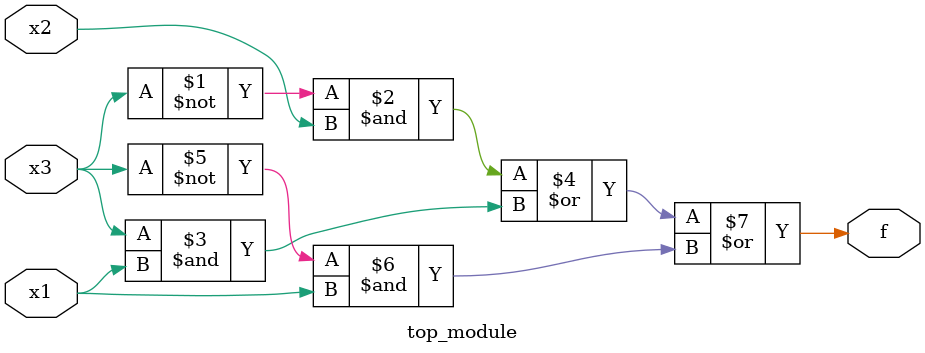
<source format=sv>
module top_module (
    input x3,
    input x2,
    input x1,
    output f
);

    assign f = (~x3 & x2) | (x3 & x1) | (~x3 & x1);

endmodule

</source>
